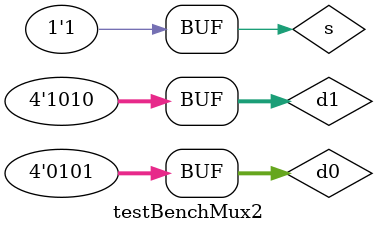
<source format=sv>
`timescale 1ns / 1ps


module testBenchMux2();
logic [3:0] d0, d1;
logic s;
logic [3:0] y;

MUX2 dut(d0,d1,s,y);

initial begin

d0 = 4'b0101; d1= 4'b1010; s=0; #10;
d0 = 4'b0101; d1= 4'b1010; s=1; #10;

end
endmodule

</source>
